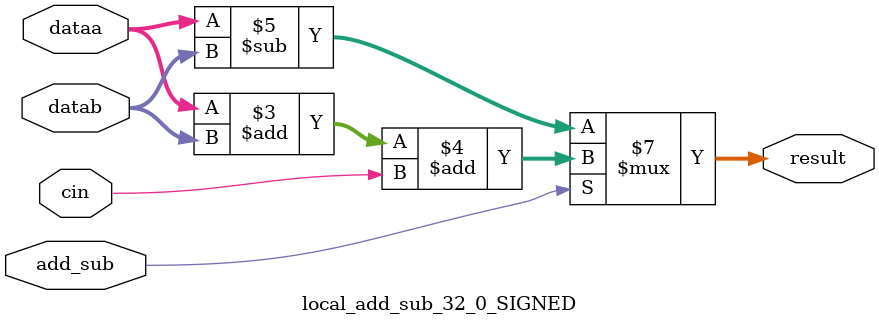
<source format=v>
module local_add_sub_32_0_SIGNED(
dataa,
datab,
cin,
add_sub,
result
);

parameter WIDTH = 32;
parameter PIPELINE = 0;
parameter REPRESENTATION = "SIGNED";

input[WIDTH-1:0] dataa;
input[WIDTH-1:0] datab;
input cin;
input add_sub;
output reg [WIDTH-1:0] result;

always @(*)begin
    if(add_sub == 1'b1)
         result = dataa+datab+cin;
    else
         result = dataa - datab;
end

endmodule
</source>
